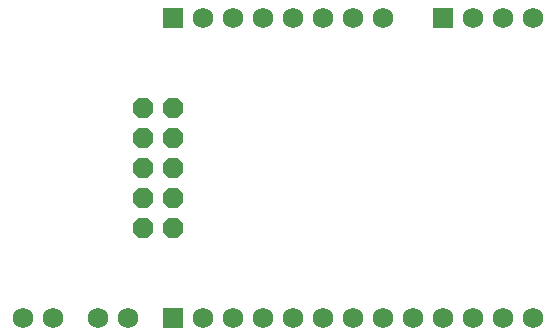
<source format=gbs>
G75*
G70*
%OFA0B0*%
%FSLAX24Y24*%
%IPPOS*%
%LPD*%
%AMOC8*
5,1,8,0,0,1.08239X$1,22.5*
%
%ADD10R,0.0680X0.0680*%
%ADD11C,0.0680*%
%ADD12OC8,0.0680*%
D10*
X010680Y001680D03*
X010680Y011680D03*
X019680Y011680D03*
D11*
X005680Y001680D03*
X006680Y001680D03*
X008180Y001680D03*
X009180Y001680D03*
X011680Y001680D03*
X012680Y001680D03*
X013680Y001680D03*
X014680Y001680D03*
X015680Y001680D03*
X016680Y001680D03*
X017680Y001680D03*
X018680Y001680D03*
X019680Y001680D03*
X020680Y001680D03*
X021680Y001680D03*
X022680Y001680D03*
X022680Y011680D03*
X021680Y011680D03*
X020680Y011680D03*
X017680Y011680D03*
X016680Y011680D03*
X015680Y011680D03*
X014680Y011680D03*
X013680Y011680D03*
X012680Y011680D03*
X011680Y011680D03*
D12*
X010680Y008680D03*
X009680Y008680D03*
X009680Y007680D03*
X010680Y007680D03*
X010680Y006680D03*
X009680Y006680D03*
X009680Y005680D03*
X010680Y005680D03*
X010680Y004680D03*
X009680Y004680D03*
M02*

</source>
